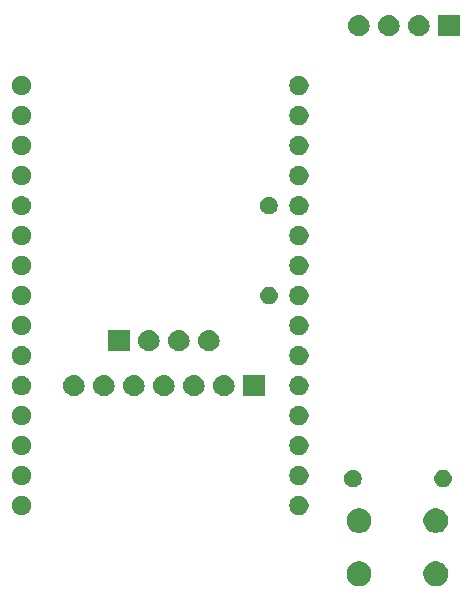
<source format=gbr>
G04 #@! TF.GenerationSoftware,KiCad,Pcbnew,5.0.2-bee76a0~70~ubuntu18.04.1*
G04 #@! TF.CreationDate,2020-05-13T09:36:55-07:00*
G04 #@! TF.ProjectId,pcb,7063622e-6b69-4636-9164-5f7063625858,rev?*
G04 #@! TF.SameCoordinates,Original*
G04 #@! TF.FileFunction,Soldermask,Top*
G04 #@! TF.FilePolarity,Negative*
%FSLAX46Y46*%
G04 Gerber Fmt 4.6, Leading zero omitted, Abs format (unit mm)*
G04 Created by KiCad (PCBNEW 5.0.2-bee76a0~70~ubuntu18.04.1) date Wed 13 May 2020 09:36:55 AM PDT*
%MOMM*%
%LPD*%
G01*
G04 APERTURE LIST*
%ADD10C,0.100000*%
G04 APERTURE END LIST*
D10*
G36*
X174446565Y-122869389D02*
X174637834Y-122948615D01*
X174809976Y-123063637D01*
X174956363Y-123210024D01*
X175071385Y-123382166D01*
X175150611Y-123573435D01*
X175191000Y-123776484D01*
X175191000Y-123983516D01*
X175150611Y-124186565D01*
X175071385Y-124377834D01*
X174956363Y-124549976D01*
X174809976Y-124696363D01*
X174637834Y-124811385D01*
X174446565Y-124890611D01*
X174243516Y-124931000D01*
X174036484Y-124931000D01*
X173833435Y-124890611D01*
X173642166Y-124811385D01*
X173470024Y-124696363D01*
X173323637Y-124549976D01*
X173208615Y-124377834D01*
X173129389Y-124186565D01*
X173089000Y-123983516D01*
X173089000Y-123776484D01*
X173129389Y-123573435D01*
X173208615Y-123382166D01*
X173323637Y-123210024D01*
X173470024Y-123063637D01*
X173642166Y-122948615D01*
X173833435Y-122869389D01*
X174036484Y-122829000D01*
X174243516Y-122829000D01*
X174446565Y-122869389D01*
X174446565Y-122869389D01*
G37*
G36*
X167946565Y-122869389D02*
X168137834Y-122948615D01*
X168309976Y-123063637D01*
X168456363Y-123210024D01*
X168571385Y-123382166D01*
X168650611Y-123573435D01*
X168691000Y-123776484D01*
X168691000Y-123983516D01*
X168650611Y-124186565D01*
X168571385Y-124377834D01*
X168456363Y-124549976D01*
X168309976Y-124696363D01*
X168137834Y-124811385D01*
X167946565Y-124890611D01*
X167743516Y-124931000D01*
X167536484Y-124931000D01*
X167333435Y-124890611D01*
X167142166Y-124811385D01*
X166970024Y-124696363D01*
X166823637Y-124549976D01*
X166708615Y-124377834D01*
X166629389Y-124186565D01*
X166589000Y-123983516D01*
X166589000Y-123776484D01*
X166629389Y-123573435D01*
X166708615Y-123382166D01*
X166823637Y-123210024D01*
X166970024Y-123063637D01*
X167142166Y-122948615D01*
X167333435Y-122869389D01*
X167536484Y-122829000D01*
X167743516Y-122829000D01*
X167946565Y-122869389D01*
X167946565Y-122869389D01*
G37*
G36*
X174446565Y-118369389D02*
X174637834Y-118448615D01*
X174809976Y-118563637D01*
X174956363Y-118710024D01*
X175071385Y-118882166D01*
X175150611Y-119073435D01*
X175191000Y-119276484D01*
X175191000Y-119483516D01*
X175150611Y-119686565D01*
X175071385Y-119877834D01*
X174956363Y-120049976D01*
X174809976Y-120196363D01*
X174637834Y-120311385D01*
X174446565Y-120390611D01*
X174243516Y-120431000D01*
X174036484Y-120431000D01*
X173833435Y-120390611D01*
X173642166Y-120311385D01*
X173470024Y-120196363D01*
X173323637Y-120049976D01*
X173208615Y-119877834D01*
X173129389Y-119686565D01*
X173089000Y-119483516D01*
X173089000Y-119276484D01*
X173129389Y-119073435D01*
X173208615Y-118882166D01*
X173323637Y-118710024D01*
X173470024Y-118563637D01*
X173642166Y-118448615D01*
X173833435Y-118369389D01*
X174036484Y-118329000D01*
X174243516Y-118329000D01*
X174446565Y-118369389D01*
X174446565Y-118369389D01*
G37*
G36*
X167946565Y-118369389D02*
X168137834Y-118448615D01*
X168309976Y-118563637D01*
X168456363Y-118710024D01*
X168571385Y-118882166D01*
X168650611Y-119073435D01*
X168691000Y-119276484D01*
X168691000Y-119483516D01*
X168650611Y-119686565D01*
X168571385Y-119877834D01*
X168456363Y-120049976D01*
X168309976Y-120196363D01*
X168137834Y-120311385D01*
X167946565Y-120390611D01*
X167743516Y-120431000D01*
X167536484Y-120431000D01*
X167333435Y-120390611D01*
X167142166Y-120311385D01*
X166970024Y-120196363D01*
X166823637Y-120049976D01*
X166708615Y-119877834D01*
X166629389Y-119686565D01*
X166589000Y-119483516D01*
X166589000Y-119276484D01*
X166629389Y-119073435D01*
X166708615Y-118882166D01*
X166823637Y-118710024D01*
X166970024Y-118563637D01*
X167142166Y-118448615D01*
X167333435Y-118369389D01*
X167536484Y-118329000D01*
X167743516Y-118329000D01*
X167946565Y-118369389D01*
X167946565Y-118369389D01*
G37*
G36*
X162797142Y-117328242D02*
X162945102Y-117389530D01*
X163078258Y-117478502D01*
X163191498Y-117591742D01*
X163280470Y-117724898D01*
X163341758Y-117872858D01*
X163373000Y-118029925D01*
X163373000Y-118190075D01*
X163341758Y-118347142D01*
X163280470Y-118495102D01*
X163191498Y-118628258D01*
X163078258Y-118741498D01*
X162945102Y-118830470D01*
X162797142Y-118891758D01*
X162640075Y-118923000D01*
X162479925Y-118923000D01*
X162322858Y-118891758D01*
X162174898Y-118830470D01*
X162041742Y-118741498D01*
X161928502Y-118628258D01*
X161839530Y-118495102D01*
X161778242Y-118347142D01*
X161747000Y-118190075D01*
X161747000Y-118029925D01*
X161778242Y-117872858D01*
X161839530Y-117724898D01*
X161928502Y-117591742D01*
X162041742Y-117478502D01*
X162174898Y-117389530D01*
X162322858Y-117328242D01*
X162479925Y-117297000D01*
X162640075Y-117297000D01*
X162797142Y-117328242D01*
X162797142Y-117328242D01*
G37*
G36*
X139302142Y-117328242D02*
X139450102Y-117389530D01*
X139583258Y-117478502D01*
X139696498Y-117591742D01*
X139785470Y-117724898D01*
X139846758Y-117872858D01*
X139878000Y-118029925D01*
X139878000Y-118190075D01*
X139846758Y-118347142D01*
X139785470Y-118495102D01*
X139696498Y-118628258D01*
X139583258Y-118741498D01*
X139450102Y-118830470D01*
X139302142Y-118891758D01*
X139145075Y-118923000D01*
X138984925Y-118923000D01*
X138827858Y-118891758D01*
X138679898Y-118830470D01*
X138546742Y-118741498D01*
X138433502Y-118628258D01*
X138344530Y-118495102D01*
X138283242Y-118347142D01*
X138252000Y-118190075D01*
X138252000Y-118029925D01*
X138283242Y-117872858D01*
X138344530Y-117724898D01*
X138433502Y-117591742D01*
X138546742Y-117478502D01*
X138679898Y-117389530D01*
X138827858Y-117328242D01*
X138984925Y-117297000D01*
X139145075Y-117297000D01*
X139302142Y-117328242D01*
X139302142Y-117328242D01*
G37*
G36*
X174825665Y-115076622D02*
X174899222Y-115083867D01*
X175040786Y-115126810D01*
X175171252Y-115196546D01*
X175285606Y-115290394D01*
X175379454Y-115404748D01*
X175449190Y-115535214D01*
X175492133Y-115676778D01*
X175506633Y-115824000D01*
X175492133Y-115971222D01*
X175449190Y-116112786D01*
X175379454Y-116243252D01*
X175285606Y-116357606D01*
X175171252Y-116451454D01*
X175040786Y-116521190D01*
X174899222Y-116564133D01*
X174825665Y-116571378D01*
X174788888Y-116575000D01*
X174715112Y-116575000D01*
X174678335Y-116571378D01*
X174604778Y-116564133D01*
X174463214Y-116521190D01*
X174332748Y-116451454D01*
X174218394Y-116357606D01*
X174124546Y-116243252D01*
X174054810Y-116112786D01*
X174011867Y-115971222D01*
X173997367Y-115824000D01*
X174011867Y-115676778D01*
X174054810Y-115535214D01*
X174124546Y-115404748D01*
X174218394Y-115290394D01*
X174332748Y-115196546D01*
X174463214Y-115126810D01*
X174604778Y-115083867D01*
X174678335Y-115076622D01*
X174715112Y-115073000D01*
X174788888Y-115073000D01*
X174825665Y-115076622D01*
X174825665Y-115076622D01*
G37*
G36*
X167260600Y-115083867D02*
X167351059Y-115101860D01*
X167487732Y-115158472D01*
X167544715Y-115196547D01*
X167610738Y-115240662D01*
X167715338Y-115345262D01*
X167715340Y-115345265D01*
X167797528Y-115468268D01*
X167854140Y-115604941D01*
X167883000Y-115750033D01*
X167883000Y-115897967D01*
X167854140Y-116043059D01*
X167797528Y-116179732D01*
X167723535Y-116290470D01*
X167715338Y-116302738D01*
X167610738Y-116407338D01*
X167610735Y-116407340D01*
X167487732Y-116489528D01*
X167351059Y-116546140D01*
X167264004Y-116563456D01*
X167205969Y-116575000D01*
X167058031Y-116575000D01*
X166999996Y-116563456D01*
X166912941Y-116546140D01*
X166776268Y-116489528D01*
X166653265Y-116407340D01*
X166653262Y-116407338D01*
X166548662Y-116302738D01*
X166540465Y-116290470D01*
X166466472Y-116179732D01*
X166409860Y-116043059D01*
X166381000Y-115897967D01*
X166381000Y-115750033D01*
X166409860Y-115604941D01*
X166466472Y-115468268D01*
X166548660Y-115345265D01*
X166548662Y-115345262D01*
X166653262Y-115240662D01*
X166719285Y-115196547D01*
X166776268Y-115158472D01*
X166912941Y-115101860D01*
X167003400Y-115083867D01*
X167058031Y-115073000D01*
X167205969Y-115073000D01*
X167260600Y-115083867D01*
X167260600Y-115083867D01*
G37*
G36*
X162797142Y-114788242D02*
X162945102Y-114849530D01*
X163078258Y-114938502D01*
X163191498Y-115051742D01*
X163280470Y-115184898D01*
X163341758Y-115332858D01*
X163373000Y-115489925D01*
X163373000Y-115650075D01*
X163341758Y-115807142D01*
X163280470Y-115955102D01*
X163191498Y-116088258D01*
X163078258Y-116201498D01*
X162945102Y-116290470D01*
X162797142Y-116351758D01*
X162640075Y-116383000D01*
X162479925Y-116383000D01*
X162322858Y-116351758D01*
X162174898Y-116290470D01*
X162041742Y-116201498D01*
X161928502Y-116088258D01*
X161839530Y-115955102D01*
X161778242Y-115807142D01*
X161747000Y-115650075D01*
X161747000Y-115489925D01*
X161778242Y-115332858D01*
X161839530Y-115184898D01*
X161928502Y-115051742D01*
X162041742Y-114938502D01*
X162174898Y-114849530D01*
X162322858Y-114788242D01*
X162479925Y-114757000D01*
X162640075Y-114757000D01*
X162797142Y-114788242D01*
X162797142Y-114788242D01*
G37*
G36*
X139302142Y-114788242D02*
X139450102Y-114849530D01*
X139583258Y-114938502D01*
X139696498Y-115051742D01*
X139785470Y-115184898D01*
X139846758Y-115332858D01*
X139878000Y-115489925D01*
X139878000Y-115650075D01*
X139846758Y-115807142D01*
X139785470Y-115955102D01*
X139696498Y-116088258D01*
X139583258Y-116201498D01*
X139450102Y-116290470D01*
X139302142Y-116351758D01*
X139145075Y-116383000D01*
X138984925Y-116383000D01*
X138827858Y-116351758D01*
X138679898Y-116290470D01*
X138546742Y-116201498D01*
X138433502Y-116088258D01*
X138344530Y-115955102D01*
X138283242Y-115807142D01*
X138252000Y-115650075D01*
X138252000Y-115489925D01*
X138283242Y-115332858D01*
X138344530Y-115184898D01*
X138433502Y-115051742D01*
X138546742Y-114938502D01*
X138679898Y-114849530D01*
X138827858Y-114788242D01*
X138984925Y-114757000D01*
X139145075Y-114757000D01*
X139302142Y-114788242D01*
X139302142Y-114788242D01*
G37*
G36*
X162797142Y-112248242D02*
X162945102Y-112309530D01*
X163078258Y-112398502D01*
X163191498Y-112511742D01*
X163280470Y-112644898D01*
X163341758Y-112792858D01*
X163373000Y-112949925D01*
X163373000Y-113110075D01*
X163341758Y-113267142D01*
X163280470Y-113415102D01*
X163191498Y-113548258D01*
X163078258Y-113661498D01*
X162945102Y-113750470D01*
X162797142Y-113811758D01*
X162640075Y-113843000D01*
X162479925Y-113843000D01*
X162322858Y-113811758D01*
X162174898Y-113750470D01*
X162041742Y-113661498D01*
X161928502Y-113548258D01*
X161839530Y-113415102D01*
X161778242Y-113267142D01*
X161747000Y-113110075D01*
X161747000Y-112949925D01*
X161778242Y-112792858D01*
X161839530Y-112644898D01*
X161928502Y-112511742D01*
X162041742Y-112398502D01*
X162174898Y-112309530D01*
X162322858Y-112248242D01*
X162479925Y-112217000D01*
X162640075Y-112217000D01*
X162797142Y-112248242D01*
X162797142Y-112248242D01*
G37*
G36*
X139302142Y-112248242D02*
X139450102Y-112309530D01*
X139583258Y-112398502D01*
X139696498Y-112511742D01*
X139785470Y-112644898D01*
X139846758Y-112792858D01*
X139878000Y-112949925D01*
X139878000Y-113110075D01*
X139846758Y-113267142D01*
X139785470Y-113415102D01*
X139696498Y-113548258D01*
X139583258Y-113661498D01*
X139450102Y-113750470D01*
X139302142Y-113811758D01*
X139145075Y-113843000D01*
X138984925Y-113843000D01*
X138827858Y-113811758D01*
X138679898Y-113750470D01*
X138546742Y-113661498D01*
X138433502Y-113548258D01*
X138344530Y-113415102D01*
X138283242Y-113267142D01*
X138252000Y-113110075D01*
X138252000Y-112949925D01*
X138283242Y-112792858D01*
X138344530Y-112644898D01*
X138433502Y-112511742D01*
X138546742Y-112398502D01*
X138679898Y-112309530D01*
X138827858Y-112248242D01*
X138984925Y-112217000D01*
X139145075Y-112217000D01*
X139302142Y-112248242D01*
X139302142Y-112248242D01*
G37*
G36*
X162797142Y-109708242D02*
X162945102Y-109769530D01*
X163078258Y-109858502D01*
X163191498Y-109971742D01*
X163280470Y-110104898D01*
X163341758Y-110252858D01*
X163373000Y-110409925D01*
X163373000Y-110570075D01*
X163341758Y-110727142D01*
X163280470Y-110875102D01*
X163191498Y-111008258D01*
X163078258Y-111121498D01*
X162945102Y-111210470D01*
X162797142Y-111271758D01*
X162640075Y-111303000D01*
X162479925Y-111303000D01*
X162322858Y-111271758D01*
X162174898Y-111210470D01*
X162041742Y-111121498D01*
X161928502Y-111008258D01*
X161839530Y-110875102D01*
X161778242Y-110727142D01*
X161747000Y-110570075D01*
X161747000Y-110409925D01*
X161778242Y-110252858D01*
X161839530Y-110104898D01*
X161928502Y-109971742D01*
X162041742Y-109858502D01*
X162174898Y-109769530D01*
X162322858Y-109708242D01*
X162479925Y-109677000D01*
X162640075Y-109677000D01*
X162797142Y-109708242D01*
X162797142Y-109708242D01*
G37*
G36*
X139302142Y-109708242D02*
X139450102Y-109769530D01*
X139583258Y-109858502D01*
X139696498Y-109971742D01*
X139785470Y-110104898D01*
X139846758Y-110252858D01*
X139878000Y-110409925D01*
X139878000Y-110570075D01*
X139846758Y-110727142D01*
X139785470Y-110875102D01*
X139696498Y-111008258D01*
X139583258Y-111121498D01*
X139450102Y-111210470D01*
X139302142Y-111271758D01*
X139145075Y-111303000D01*
X138984925Y-111303000D01*
X138827858Y-111271758D01*
X138679898Y-111210470D01*
X138546742Y-111121498D01*
X138433502Y-111008258D01*
X138344530Y-110875102D01*
X138283242Y-110727142D01*
X138252000Y-110570075D01*
X138252000Y-110409925D01*
X138283242Y-110252858D01*
X138344530Y-110104898D01*
X138433502Y-109971742D01*
X138546742Y-109858502D01*
X138679898Y-109769530D01*
X138827858Y-109708242D01*
X138984925Y-109677000D01*
X139145075Y-109677000D01*
X139302142Y-109708242D01*
X139302142Y-109708242D01*
G37*
G36*
X146160442Y-107055518D02*
X146226627Y-107062037D01*
X146339853Y-107096384D01*
X146396467Y-107113557D01*
X146498774Y-107168242D01*
X146552991Y-107197222D01*
X146588729Y-107226552D01*
X146690186Y-107309814D01*
X146773448Y-107411271D01*
X146802778Y-107447009D01*
X146802779Y-107447011D01*
X146886443Y-107603533D01*
X146886443Y-107603534D01*
X146937963Y-107773373D01*
X146955359Y-107950000D01*
X146937963Y-108126627D01*
X146903616Y-108239853D01*
X146886443Y-108296467D01*
X146812348Y-108435087D01*
X146802778Y-108452991D01*
X146773448Y-108488729D01*
X146690186Y-108590186D01*
X146592358Y-108670470D01*
X146552991Y-108702778D01*
X146552989Y-108702779D01*
X146396467Y-108786443D01*
X146339853Y-108803616D01*
X146226627Y-108837963D01*
X146160442Y-108844482D01*
X146094260Y-108851000D01*
X146005740Y-108851000D01*
X145939558Y-108844482D01*
X145873373Y-108837963D01*
X145760147Y-108803616D01*
X145703533Y-108786443D01*
X145547011Y-108702779D01*
X145547009Y-108702778D01*
X145507642Y-108670470D01*
X145409814Y-108590186D01*
X145326552Y-108488729D01*
X145297222Y-108452991D01*
X145287652Y-108435087D01*
X145213557Y-108296467D01*
X145196384Y-108239853D01*
X145162037Y-108126627D01*
X145144641Y-107950000D01*
X145162037Y-107773373D01*
X145213557Y-107603534D01*
X145213557Y-107603533D01*
X145297221Y-107447011D01*
X145297222Y-107447009D01*
X145326552Y-107411271D01*
X145409814Y-107309814D01*
X145511271Y-107226552D01*
X145547009Y-107197222D01*
X145601226Y-107168242D01*
X145703533Y-107113557D01*
X145760147Y-107096384D01*
X145873373Y-107062037D01*
X145939558Y-107055518D01*
X146005740Y-107049000D01*
X146094260Y-107049000D01*
X146160442Y-107055518D01*
X146160442Y-107055518D01*
G37*
G36*
X156320442Y-107055518D02*
X156386627Y-107062037D01*
X156499853Y-107096384D01*
X156556467Y-107113557D01*
X156658774Y-107168242D01*
X156712991Y-107197222D01*
X156748729Y-107226552D01*
X156850186Y-107309814D01*
X156933448Y-107411271D01*
X156962778Y-107447009D01*
X156962779Y-107447011D01*
X157046443Y-107603533D01*
X157046443Y-107603534D01*
X157097963Y-107773373D01*
X157115359Y-107950000D01*
X157097963Y-108126627D01*
X157063616Y-108239853D01*
X157046443Y-108296467D01*
X156972348Y-108435087D01*
X156962778Y-108452991D01*
X156933448Y-108488729D01*
X156850186Y-108590186D01*
X156752358Y-108670470D01*
X156712991Y-108702778D01*
X156712989Y-108702779D01*
X156556467Y-108786443D01*
X156499853Y-108803616D01*
X156386627Y-108837963D01*
X156320442Y-108844482D01*
X156254260Y-108851000D01*
X156165740Y-108851000D01*
X156099558Y-108844482D01*
X156033373Y-108837963D01*
X155920147Y-108803616D01*
X155863533Y-108786443D01*
X155707011Y-108702779D01*
X155707009Y-108702778D01*
X155667642Y-108670470D01*
X155569814Y-108590186D01*
X155486552Y-108488729D01*
X155457222Y-108452991D01*
X155447652Y-108435087D01*
X155373557Y-108296467D01*
X155356384Y-108239853D01*
X155322037Y-108126627D01*
X155304641Y-107950000D01*
X155322037Y-107773373D01*
X155373557Y-107603534D01*
X155373557Y-107603533D01*
X155457221Y-107447011D01*
X155457222Y-107447009D01*
X155486552Y-107411271D01*
X155569814Y-107309814D01*
X155671271Y-107226552D01*
X155707009Y-107197222D01*
X155761226Y-107168242D01*
X155863533Y-107113557D01*
X155920147Y-107096384D01*
X156033373Y-107062037D01*
X156099558Y-107055518D01*
X156165740Y-107049000D01*
X156254260Y-107049000D01*
X156320442Y-107055518D01*
X156320442Y-107055518D01*
G37*
G36*
X153780442Y-107055518D02*
X153846627Y-107062037D01*
X153959853Y-107096384D01*
X154016467Y-107113557D01*
X154118774Y-107168242D01*
X154172991Y-107197222D01*
X154208729Y-107226552D01*
X154310186Y-107309814D01*
X154393448Y-107411271D01*
X154422778Y-107447009D01*
X154422779Y-107447011D01*
X154506443Y-107603533D01*
X154506443Y-107603534D01*
X154557963Y-107773373D01*
X154575359Y-107950000D01*
X154557963Y-108126627D01*
X154523616Y-108239853D01*
X154506443Y-108296467D01*
X154432348Y-108435087D01*
X154422778Y-108452991D01*
X154393448Y-108488729D01*
X154310186Y-108590186D01*
X154212358Y-108670470D01*
X154172991Y-108702778D01*
X154172989Y-108702779D01*
X154016467Y-108786443D01*
X153959853Y-108803616D01*
X153846627Y-108837963D01*
X153780442Y-108844482D01*
X153714260Y-108851000D01*
X153625740Y-108851000D01*
X153559558Y-108844482D01*
X153493373Y-108837963D01*
X153380147Y-108803616D01*
X153323533Y-108786443D01*
X153167011Y-108702779D01*
X153167009Y-108702778D01*
X153127642Y-108670470D01*
X153029814Y-108590186D01*
X152946552Y-108488729D01*
X152917222Y-108452991D01*
X152907652Y-108435087D01*
X152833557Y-108296467D01*
X152816384Y-108239853D01*
X152782037Y-108126627D01*
X152764641Y-107950000D01*
X152782037Y-107773373D01*
X152833557Y-107603534D01*
X152833557Y-107603533D01*
X152917221Y-107447011D01*
X152917222Y-107447009D01*
X152946552Y-107411271D01*
X153029814Y-107309814D01*
X153131271Y-107226552D01*
X153167009Y-107197222D01*
X153221226Y-107168242D01*
X153323533Y-107113557D01*
X153380147Y-107096384D01*
X153493373Y-107062037D01*
X153559558Y-107055518D01*
X153625740Y-107049000D01*
X153714260Y-107049000D01*
X153780442Y-107055518D01*
X153780442Y-107055518D01*
G37*
G36*
X151240442Y-107055518D02*
X151306627Y-107062037D01*
X151419853Y-107096384D01*
X151476467Y-107113557D01*
X151578774Y-107168242D01*
X151632991Y-107197222D01*
X151668729Y-107226552D01*
X151770186Y-107309814D01*
X151853448Y-107411271D01*
X151882778Y-107447009D01*
X151882779Y-107447011D01*
X151966443Y-107603533D01*
X151966443Y-107603534D01*
X152017963Y-107773373D01*
X152035359Y-107950000D01*
X152017963Y-108126627D01*
X151983616Y-108239853D01*
X151966443Y-108296467D01*
X151892348Y-108435087D01*
X151882778Y-108452991D01*
X151853448Y-108488729D01*
X151770186Y-108590186D01*
X151672358Y-108670470D01*
X151632991Y-108702778D01*
X151632989Y-108702779D01*
X151476467Y-108786443D01*
X151419853Y-108803616D01*
X151306627Y-108837963D01*
X151240442Y-108844482D01*
X151174260Y-108851000D01*
X151085740Y-108851000D01*
X151019558Y-108844482D01*
X150953373Y-108837963D01*
X150840147Y-108803616D01*
X150783533Y-108786443D01*
X150627011Y-108702779D01*
X150627009Y-108702778D01*
X150587642Y-108670470D01*
X150489814Y-108590186D01*
X150406552Y-108488729D01*
X150377222Y-108452991D01*
X150367652Y-108435087D01*
X150293557Y-108296467D01*
X150276384Y-108239853D01*
X150242037Y-108126627D01*
X150224641Y-107950000D01*
X150242037Y-107773373D01*
X150293557Y-107603534D01*
X150293557Y-107603533D01*
X150377221Y-107447011D01*
X150377222Y-107447009D01*
X150406552Y-107411271D01*
X150489814Y-107309814D01*
X150591271Y-107226552D01*
X150627009Y-107197222D01*
X150681226Y-107168242D01*
X150783533Y-107113557D01*
X150840147Y-107096384D01*
X150953373Y-107062037D01*
X151019558Y-107055518D01*
X151085740Y-107049000D01*
X151174260Y-107049000D01*
X151240442Y-107055518D01*
X151240442Y-107055518D01*
G37*
G36*
X148700442Y-107055518D02*
X148766627Y-107062037D01*
X148879853Y-107096384D01*
X148936467Y-107113557D01*
X149038774Y-107168242D01*
X149092991Y-107197222D01*
X149128729Y-107226552D01*
X149230186Y-107309814D01*
X149313448Y-107411271D01*
X149342778Y-107447009D01*
X149342779Y-107447011D01*
X149426443Y-107603533D01*
X149426443Y-107603534D01*
X149477963Y-107773373D01*
X149495359Y-107950000D01*
X149477963Y-108126627D01*
X149443616Y-108239853D01*
X149426443Y-108296467D01*
X149352348Y-108435087D01*
X149342778Y-108452991D01*
X149313448Y-108488729D01*
X149230186Y-108590186D01*
X149132358Y-108670470D01*
X149092991Y-108702778D01*
X149092989Y-108702779D01*
X148936467Y-108786443D01*
X148879853Y-108803616D01*
X148766627Y-108837963D01*
X148700442Y-108844482D01*
X148634260Y-108851000D01*
X148545740Y-108851000D01*
X148479558Y-108844482D01*
X148413373Y-108837963D01*
X148300147Y-108803616D01*
X148243533Y-108786443D01*
X148087011Y-108702779D01*
X148087009Y-108702778D01*
X148047642Y-108670470D01*
X147949814Y-108590186D01*
X147866552Y-108488729D01*
X147837222Y-108452991D01*
X147827652Y-108435087D01*
X147753557Y-108296467D01*
X147736384Y-108239853D01*
X147702037Y-108126627D01*
X147684641Y-107950000D01*
X147702037Y-107773373D01*
X147753557Y-107603534D01*
X147753557Y-107603533D01*
X147837221Y-107447011D01*
X147837222Y-107447009D01*
X147866552Y-107411271D01*
X147949814Y-107309814D01*
X148051271Y-107226552D01*
X148087009Y-107197222D01*
X148141226Y-107168242D01*
X148243533Y-107113557D01*
X148300147Y-107096384D01*
X148413373Y-107062037D01*
X148479558Y-107055518D01*
X148545740Y-107049000D01*
X148634260Y-107049000D01*
X148700442Y-107055518D01*
X148700442Y-107055518D01*
G37*
G36*
X143620442Y-107055518D02*
X143686627Y-107062037D01*
X143799853Y-107096384D01*
X143856467Y-107113557D01*
X143958774Y-107168242D01*
X144012991Y-107197222D01*
X144048729Y-107226552D01*
X144150186Y-107309814D01*
X144233448Y-107411271D01*
X144262778Y-107447009D01*
X144262779Y-107447011D01*
X144346443Y-107603533D01*
X144346443Y-107603534D01*
X144397963Y-107773373D01*
X144415359Y-107950000D01*
X144397963Y-108126627D01*
X144363616Y-108239853D01*
X144346443Y-108296467D01*
X144272348Y-108435087D01*
X144262778Y-108452991D01*
X144233448Y-108488729D01*
X144150186Y-108590186D01*
X144052358Y-108670470D01*
X144012991Y-108702778D01*
X144012989Y-108702779D01*
X143856467Y-108786443D01*
X143799853Y-108803616D01*
X143686627Y-108837963D01*
X143620442Y-108844482D01*
X143554260Y-108851000D01*
X143465740Y-108851000D01*
X143399558Y-108844482D01*
X143333373Y-108837963D01*
X143220147Y-108803616D01*
X143163533Y-108786443D01*
X143007011Y-108702779D01*
X143007009Y-108702778D01*
X142967642Y-108670470D01*
X142869814Y-108590186D01*
X142786552Y-108488729D01*
X142757222Y-108452991D01*
X142747652Y-108435087D01*
X142673557Y-108296467D01*
X142656384Y-108239853D01*
X142622037Y-108126627D01*
X142604641Y-107950000D01*
X142622037Y-107773373D01*
X142673557Y-107603534D01*
X142673557Y-107603533D01*
X142757221Y-107447011D01*
X142757222Y-107447009D01*
X142786552Y-107411271D01*
X142869814Y-107309814D01*
X142971271Y-107226552D01*
X143007009Y-107197222D01*
X143061226Y-107168242D01*
X143163533Y-107113557D01*
X143220147Y-107096384D01*
X143333373Y-107062037D01*
X143399558Y-107055518D01*
X143465740Y-107049000D01*
X143554260Y-107049000D01*
X143620442Y-107055518D01*
X143620442Y-107055518D01*
G37*
G36*
X159651000Y-108851000D02*
X157849000Y-108851000D01*
X157849000Y-107049000D01*
X159651000Y-107049000D01*
X159651000Y-108851000D01*
X159651000Y-108851000D01*
G37*
G36*
X139302142Y-107168242D02*
X139450102Y-107229530D01*
X139517130Y-107274317D01*
X139583257Y-107318501D01*
X139696499Y-107431743D01*
X139740683Y-107497870D01*
X139785470Y-107564898D01*
X139846758Y-107712858D01*
X139878000Y-107869925D01*
X139878000Y-108030075D01*
X139846758Y-108187142D01*
X139801474Y-108296466D01*
X139785471Y-108335100D01*
X139696499Y-108468257D01*
X139583257Y-108581499D01*
X139517130Y-108625683D01*
X139450102Y-108670470D01*
X139302142Y-108731758D01*
X139145075Y-108763000D01*
X138984925Y-108763000D01*
X138827858Y-108731758D01*
X138679898Y-108670470D01*
X138612870Y-108625683D01*
X138546743Y-108581499D01*
X138433501Y-108468257D01*
X138344529Y-108335100D01*
X138328526Y-108296466D01*
X138283242Y-108187142D01*
X138252000Y-108030075D01*
X138252000Y-107869925D01*
X138283242Y-107712858D01*
X138344530Y-107564898D01*
X138389317Y-107497870D01*
X138433501Y-107431743D01*
X138546743Y-107318501D01*
X138612870Y-107274317D01*
X138679898Y-107229530D01*
X138827858Y-107168242D01*
X138984925Y-107137000D01*
X139145075Y-107137000D01*
X139302142Y-107168242D01*
X139302142Y-107168242D01*
G37*
G36*
X162797142Y-107168242D02*
X162945102Y-107229530D01*
X163012130Y-107274317D01*
X163078257Y-107318501D01*
X163191499Y-107431743D01*
X163235683Y-107497870D01*
X163280470Y-107564898D01*
X163341758Y-107712858D01*
X163373000Y-107869925D01*
X163373000Y-108030075D01*
X163341758Y-108187142D01*
X163296474Y-108296466D01*
X163280471Y-108335100D01*
X163191499Y-108468257D01*
X163078257Y-108581499D01*
X163012130Y-108625683D01*
X162945102Y-108670470D01*
X162797142Y-108731758D01*
X162640075Y-108763000D01*
X162479925Y-108763000D01*
X162322858Y-108731758D01*
X162174898Y-108670470D01*
X162107870Y-108625683D01*
X162041743Y-108581499D01*
X161928501Y-108468257D01*
X161839529Y-108335100D01*
X161823526Y-108296466D01*
X161778242Y-108187142D01*
X161747000Y-108030075D01*
X161747000Y-107869925D01*
X161778242Y-107712858D01*
X161839530Y-107564898D01*
X161884317Y-107497870D01*
X161928501Y-107431743D01*
X162041743Y-107318501D01*
X162107870Y-107274317D01*
X162174898Y-107229530D01*
X162322858Y-107168242D01*
X162479925Y-107137000D01*
X162640075Y-107137000D01*
X162797142Y-107168242D01*
X162797142Y-107168242D01*
G37*
G36*
X139302142Y-104628242D02*
X139450102Y-104689530D01*
X139517130Y-104734317D01*
X139583257Y-104778501D01*
X139696499Y-104891743D01*
X139697191Y-104892779D01*
X139785470Y-105024898D01*
X139846758Y-105172858D01*
X139878000Y-105329925D01*
X139878000Y-105490075D01*
X139846758Y-105647142D01*
X139785470Y-105795102D01*
X139696498Y-105928258D01*
X139583258Y-106041498D01*
X139450102Y-106130470D01*
X139302142Y-106191758D01*
X139145075Y-106223000D01*
X138984925Y-106223000D01*
X138827858Y-106191758D01*
X138679898Y-106130470D01*
X138546742Y-106041498D01*
X138433502Y-105928258D01*
X138344530Y-105795102D01*
X138283242Y-105647142D01*
X138252000Y-105490075D01*
X138252000Y-105329925D01*
X138283242Y-105172858D01*
X138344530Y-105024898D01*
X138432809Y-104892779D01*
X138433501Y-104891743D01*
X138546743Y-104778501D01*
X138612870Y-104734317D01*
X138679898Y-104689530D01*
X138827858Y-104628242D01*
X138984925Y-104597000D01*
X139145075Y-104597000D01*
X139302142Y-104628242D01*
X139302142Y-104628242D01*
G37*
G36*
X162797142Y-104628242D02*
X162945102Y-104689530D01*
X163012130Y-104734317D01*
X163078257Y-104778501D01*
X163191499Y-104891743D01*
X163192191Y-104892779D01*
X163280470Y-105024898D01*
X163341758Y-105172858D01*
X163373000Y-105329925D01*
X163373000Y-105490075D01*
X163341758Y-105647142D01*
X163280470Y-105795102D01*
X163191498Y-105928258D01*
X163078258Y-106041498D01*
X162945102Y-106130470D01*
X162797142Y-106191758D01*
X162640075Y-106223000D01*
X162479925Y-106223000D01*
X162322858Y-106191758D01*
X162174898Y-106130470D01*
X162041742Y-106041498D01*
X161928502Y-105928258D01*
X161839530Y-105795102D01*
X161778242Y-105647142D01*
X161747000Y-105490075D01*
X161747000Y-105329925D01*
X161778242Y-105172858D01*
X161839530Y-105024898D01*
X161927809Y-104892779D01*
X161928501Y-104891743D01*
X162041743Y-104778501D01*
X162107870Y-104734317D01*
X162174898Y-104689530D01*
X162322858Y-104628242D01*
X162479925Y-104597000D01*
X162640075Y-104597000D01*
X162797142Y-104628242D01*
X162797142Y-104628242D01*
G37*
G36*
X148221000Y-105041000D02*
X146419000Y-105041000D01*
X146419000Y-103239000D01*
X148221000Y-103239000D01*
X148221000Y-105041000D01*
X148221000Y-105041000D01*
G37*
G36*
X152510443Y-103245519D02*
X152576627Y-103252037D01*
X152689853Y-103286384D01*
X152746467Y-103303557D01*
X152885087Y-103377652D01*
X152902991Y-103387222D01*
X152904253Y-103388258D01*
X153040186Y-103499814D01*
X153114584Y-103590470D01*
X153152778Y-103637009D01*
X153152779Y-103637011D01*
X153236443Y-103793533D01*
X153236443Y-103793534D01*
X153287963Y-103963373D01*
X153305359Y-104140000D01*
X153287963Y-104316627D01*
X153253616Y-104429853D01*
X153236443Y-104486467D01*
X153177361Y-104597000D01*
X153152778Y-104642991D01*
X153123448Y-104678729D01*
X153040186Y-104780186D01*
X152938729Y-104863448D01*
X152902991Y-104892778D01*
X152902989Y-104892779D01*
X152746467Y-104976443D01*
X152689853Y-104993616D01*
X152576627Y-105027963D01*
X152510442Y-105034482D01*
X152444260Y-105041000D01*
X152355740Y-105041000D01*
X152289557Y-105034481D01*
X152223373Y-105027963D01*
X152110147Y-104993616D01*
X152053533Y-104976443D01*
X151897011Y-104892779D01*
X151897009Y-104892778D01*
X151861271Y-104863448D01*
X151759814Y-104780186D01*
X151676552Y-104678729D01*
X151647222Y-104642991D01*
X151622639Y-104597000D01*
X151563557Y-104486467D01*
X151546384Y-104429853D01*
X151512037Y-104316627D01*
X151494641Y-104140000D01*
X151512037Y-103963373D01*
X151563557Y-103793534D01*
X151563557Y-103793533D01*
X151647221Y-103637011D01*
X151647222Y-103637009D01*
X151685416Y-103590470D01*
X151759814Y-103499814D01*
X151895747Y-103388258D01*
X151897009Y-103387222D01*
X151914913Y-103377652D01*
X152053533Y-103303557D01*
X152110147Y-103286384D01*
X152223373Y-103252037D01*
X152289558Y-103245518D01*
X152355740Y-103239000D01*
X152444260Y-103239000D01*
X152510443Y-103245519D01*
X152510443Y-103245519D01*
G37*
G36*
X155050443Y-103245519D02*
X155116627Y-103252037D01*
X155229853Y-103286384D01*
X155286467Y-103303557D01*
X155425087Y-103377652D01*
X155442991Y-103387222D01*
X155444253Y-103388258D01*
X155580186Y-103499814D01*
X155654584Y-103590470D01*
X155692778Y-103637009D01*
X155692779Y-103637011D01*
X155776443Y-103793533D01*
X155776443Y-103793534D01*
X155827963Y-103963373D01*
X155845359Y-104140000D01*
X155827963Y-104316627D01*
X155793616Y-104429853D01*
X155776443Y-104486467D01*
X155717361Y-104597000D01*
X155692778Y-104642991D01*
X155663448Y-104678729D01*
X155580186Y-104780186D01*
X155478729Y-104863448D01*
X155442991Y-104892778D01*
X155442989Y-104892779D01*
X155286467Y-104976443D01*
X155229853Y-104993616D01*
X155116627Y-105027963D01*
X155050442Y-105034482D01*
X154984260Y-105041000D01*
X154895740Y-105041000D01*
X154829557Y-105034481D01*
X154763373Y-105027963D01*
X154650147Y-104993616D01*
X154593533Y-104976443D01*
X154437011Y-104892779D01*
X154437009Y-104892778D01*
X154401271Y-104863448D01*
X154299814Y-104780186D01*
X154216552Y-104678729D01*
X154187222Y-104642991D01*
X154162639Y-104597000D01*
X154103557Y-104486467D01*
X154086384Y-104429853D01*
X154052037Y-104316627D01*
X154034641Y-104140000D01*
X154052037Y-103963373D01*
X154103557Y-103793534D01*
X154103557Y-103793533D01*
X154187221Y-103637011D01*
X154187222Y-103637009D01*
X154225416Y-103590470D01*
X154299814Y-103499814D01*
X154435747Y-103388258D01*
X154437009Y-103387222D01*
X154454913Y-103377652D01*
X154593533Y-103303557D01*
X154650147Y-103286384D01*
X154763373Y-103252037D01*
X154829558Y-103245518D01*
X154895740Y-103239000D01*
X154984260Y-103239000D01*
X155050443Y-103245519D01*
X155050443Y-103245519D01*
G37*
G36*
X149970443Y-103245519D02*
X150036627Y-103252037D01*
X150149853Y-103286384D01*
X150206467Y-103303557D01*
X150345087Y-103377652D01*
X150362991Y-103387222D01*
X150364253Y-103388258D01*
X150500186Y-103499814D01*
X150574584Y-103590470D01*
X150612778Y-103637009D01*
X150612779Y-103637011D01*
X150696443Y-103793533D01*
X150696443Y-103793534D01*
X150747963Y-103963373D01*
X150765359Y-104140000D01*
X150747963Y-104316627D01*
X150713616Y-104429853D01*
X150696443Y-104486467D01*
X150637361Y-104597000D01*
X150612778Y-104642991D01*
X150583448Y-104678729D01*
X150500186Y-104780186D01*
X150398729Y-104863448D01*
X150362991Y-104892778D01*
X150362989Y-104892779D01*
X150206467Y-104976443D01*
X150149853Y-104993616D01*
X150036627Y-105027963D01*
X149970442Y-105034482D01*
X149904260Y-105041000D01*
X149815740Y-105041000D01*
X149749557Y-105034481D01*
X149683373Y-105027963D01*
X149570147Y-104993616D01*
X149513533Y-104976443D01*
X149357011Y-104892779D01*
X149357009Y-104892778D01*
X149321271Y-104863448D01*
X149219814Y-104780186D01*
X149136552Y-104678729D01*
X149107222Y-104642991D01*
X149082639Y-104597000D01*
X149023557Y-104486467D01*
X149006384Y-104429853D01*
X148972037Y-104316627D01*
X148954641Y-104140000D01*
X148972037Y-103963373D01*
X149023557Y-103793534D01*
X149023557Y-103793533D01*
X149107221Y-103637011D01*
X149107222Y-103637009D01*
X149145416Y-103590470D01*
X149219814Y-103499814D01*
X149355747Y-103388258D01*
X149357009Y-103387222D01*
X149374913Y-103377652D01*
X149513533Y-103303557D01*
X149570147Y-103286384D01*
X149683373Y-103252037D01*
X149749558Y-103245518D01*
X149815740Y-103239000D01*
X149904260Y-103239000D01*
X149970443Y-103245519D01*
X149970443Y-103245519D01*
G37*
G36*
X162797142Y-102088242D02*
X162945102Y-102149530D01*
X163078258Y-102238502D01*
X163191498Y-102351742D01*
X163280470Y-102484898D01*
X163341758Y-102632858D01*
X163373000Y-102789925D01*
X163373000Y-102950075D01*
X163341758Y-103107142D01*
X163294354Y-103221583D01*
X163280471Y-103255100D01*
X163192191Y-103387222D01*
X163191498Y-103388258D01*
X163078258Y-103501498D01*
X162945102Y-103590470D01*
X162797142Y-103651758D01*
X162640075Y-103683000D01*
X162479925Y-103683000D01*
X162322858Y-103651758D01*
X162174898Y-103590470D01*
X162041742Y-103501498D01*
X161928502Y-103388258D01*
X161927810Y-103387222D01*
X161839529Y-103255100D01*
X161825646Y-103221583D01*
X161778242Y-103107142D01*
X161747000Y-102950075D01*
X161747000Y-102789925D01*
X161778242Y-102632858D01*
X161839530Y-102484898D01*
X161928502Y-102351742D01*
X162041742Y-102238502D01*
X162174898Y-102149530D01*
X162322858Y-102088242D01*
X162479925Y-102057000D01*
X162640075Y-102057000D01*
X162797142Y-102088242D01*
X162797142Y-102088242D01*
G37*
G36*
X139302142Y-102088242D02*
X139450102Y-102149530D01*
X139583258Y-102238502D01*
X139696498Y-102351742D01*
X139785470Y-102484898D01*
X139846758Y-102632858D01*
X139878000Y-102789925D01*
X139878000Y-102950075D01*
X139846758Y-103107142D01*
X139799354Y-103221583D01*
X139785471Y-103255100D01*
X139697191Y-103387222D01*
X139696498Y-103388258D01*
X139583258Y-103501498D01*
X139450102Y-103590470D01*
X139302142Y-103651758D01*
X139145075Y-103683000D01*
X138984925Y-103683000D01*
X138827858Y-103651758D01*
X138679898Y-103590470D01*
X138546742Y-103501498D01*
X138433502Y-103388258D01*
X138432810Y-103387222D01*
X138344529Y-103255100D01*
X138330646Y-103221583D01*
X138283242Y-103107142D01*
X138252000Y-102950075D01*
X138252000Y-102789925D01*
X138283242Y-102632858D01*
X138344530Y-102484898D01*
X138433502Y-102351742D01*
X138546742Y-102238502D01*
X138679898Y-102149530D01*
X138827858Y-102088242D01*
X138984925Y-102057000D01*
X139145075Y-102057000D01*
X139302142Y-102088242D01*
X139302142Y-102088242D01*
G37*
G36*
X139302142Y-99548242D02*
X139450102Y-99609530D01*
X139583258Y-99698502D01*
X139696498Y-99811742D01*
X139785470Y-99944898D01*
X139846758Y-100092858D01*
X139878000Y-100249925D01*
X139878000Y-100410075D01*
X139846758Y-100567142D01*
X139785470Y-100715102D01*
X139696498Y-100848258D01*
X139583258Y-100961498D01*
X139450102Y-101050470D01*
X139302142Y-101111758D01*
X139145075Y-101143000D01*
X138984925Y-101143000D01*
X138827858Y-101111758D01*
X138679898Y-101050470D01*
X138546742Y-100961498D01*
X138433502Y-100848258D01*
X138344530Y-100715102D01*
X138283242Y-100567142D01*
X138252000Y-100410075D01*
X138252000Y-100249925D01*
X138283242Y-100092858D01*
X138344530Y-99944898D01*
X138433502Y-99811742D01*
X138546742Y-99698502D01*
X138679898Y-99609530D01*
X138827858Y-99548242D01*
X138984925Y-99517000D01*
X139145075Y-99517000D01*
X139302142Y-99548242D01*
X139302142Y-99548242D01*
G37*
G36*
X162797142Y-99548242D02*
X162945102Y-99609530D01*
X163078258Y-99698502D01*
X163191498Y-99811742D01*
X163280470Y-99944898D01*
X163341758Y-100092858D01*
X163373000Y-100249925D01*
X163373000Y-100410075D01*
X163341758Y-100567142D01*
X163280470Y-100715102D01*
X163191498Y-100848258D01*
X163078258Y-100961498D01*
X162945102Y-101050470D01*
X162797142Y-101111758D01*
X162640075Y-101143000D01*
X162479925Y-101143000D01*
X162322858Y-101111758D01*
X162174898Y-101050470D01*
X162041742Y-100961498D01*
X161928502Y-100848258D01*
X161839530Y-100715102D01*
X161778242Y-100567142D01*
X161747000Y-100410075D01*
X161747000Y-100249925D01*
X161778242Y-100092858D01*
X161839530Y-99944898D01*
X161928502Y-99811742D01*
X162041742Y-99698502D01*
X162174898Y-99609530D01*
X162322858Y-99548242D01*
X162479925Y-99517000D01*
X162640075Y-99517000D01*
X162797142Y-99548242D01*
X162797142Y-99548242D01*
G37*
G36*
X160093665Y-99582622D02*
X160167222Y-99589867D01*
X160308786Y-99632810D01*
X160439252Y-99702546D01*
X160553606Y-99796394D01*
X160647454Y-99910748D01*
X160717190Y-100041214D01*
X160760133Y-100182778D01*
X160774633Y-100330000D01*
X160760133Y-100477222D01*
X160717190Y-100618786D01*
X160647454Y-100749252D01*
X160553606Y-100863606D01*
X160439252Y-100957454D01*
X160308786Y-101027190D01*
X160167222Y-101070133D01*
X160093665Y-101077378D01*
X160056888Y-101081000D01*
X159983112Y-101081000D01*
X159946335Y-101077378D01*
X159872778Y-101070133D01*
X159731214Y-101027190D01*
X159600748Y-100957454D01*
X159486394Y-100863606D01*
X159392546Y-100749252D01*
X159322810Y-100618786D01*
X159279867Y-100477222D01*
X159265367Y-100330000D01*
X159279867Y-100182778D01*
X159322810Y-100041214D01*
X159392546Y-99910748D01*
X159486394Y-99796394D01*
X159600748Y-99702546D01*
X159731214Y-99632810D01*
X159872778Y-99589867D01*
X159946335Y-99582622D01*
X159983112Y-99579000D01*
X160056888Y-99579000D01*
X160093665Y-99582622D01*
X160093665Y-99582622D01*
G37*
G36*
X162797142Y-97008242D02*
X162945102Y-97069530D01*
X163078258Y-97158502D01*
X163191498Y-97271742D01*
X163280470Y-97404898D01*
X163341758Y-97552858D01*
X163373000Y-97709925D01*
X163373000Y-97870075D01*
X163341758Y-98027142D01*
X163280470Y-98175102D01*
X163191498Y-98308258D01*
X163078258Y-98421498D01*
X162945102Y-98510470D01*
X162797142Y-98571758D01*
X162640075Y-98603000D01*
X162479925Y-98603000D01*
X162322858Y-98571758D01*
X162174898Y-98510470D01*
X162041742Y-98421498D01*
X161928502Y-98308258D01*
X161839530Y-98175102D01*
X161778242Y-98027142D01*
X161747000Y-97870075D01*
X161747000Y-97709925D01*
X161778242Y-97552858D01*
X161839530Y-97404898D01*
X161928502Y-97271742D01*
X162041742Y-97158502D01*
X162174898Y-97069530D01*
X162322858Y-97008242D01*
X162479925Y-96977000D01*
X162640075Y-96977000D01*
X162797142Y-97008242D01*
X162797142Y-97008242D01*
G37*
G36*
X139302142Y-97008242D02*
X139450102Y-97069530D01*
X139583258Y-97158502D01*
X139696498Y-97271742D01*
X139785470Y-97404898D01*
X139846758Y-97552858D01*
X139878000Y-97709925D01*
X139878000Y-97870075D01*
X139846758Y-98027142D01*
X139785470Y-98175102D01*
X139696498Y-98308258D01*
X139583258Y-98421498D01*
X139450102Y-98510470D01*
X139302142Y-98571758D01*
X139145075Y-98603000D01*
X138984925Y-98603000D01*
X138827858Y-98571758D01*
X138679898Y-98510470D01*
X138546742Y-98421498D01*
X138433502Y-98308258D01*
X138344530Y-98175102D01*
X138283242Y-98027142D01*
X138252000Y-97870075D01*
X138252000Y-97709925D01*
X138283242Y-97552858D01*
X138344530Y-97404898D01*
X138433502Y-97271742D01*
X138546742Y-97158502D01*
X138679898Y-97069530D01*
X138827858Y-97008242D01*
X138984925Y-96977000D01*
X139145075Y-96977000D01*
X139302142Y-97008242D01*
X139302142Y-97008242D01*
G37*
G36*
X139302142Y-94468242D02*
X139450102Y-94529530D01*
X139583258Y-94618502D01*
X139696498Y-94731742D01*
X139785470Y-94864898D01*
X139846758Y-95012858D01*
X139878000Y-95169925D01*
X139878000Y-95330075D01*
X139846758Y-95487142D01*
X139785470Y-95635102D01*
X139696498Y-95768258D01*
X139583258Y-95881498D01*
X139450102Y-95970470D01*
X139302142Y-96031758D01*
X139145075Y-96063000D01*
X138984925Y-96063000D01*
X138827858Y-96031758D01*
X138679898Y-95970470D01*
X138546742Y-95881498D01*
X138433502Y-95768258D01*
X138344530Y-95635102D01*
X138283242Y-95487142D01*
X138252000Y-95330075D01*
X138252000Y-95169925D01*
X138283242Y-95012858D01*
X138344530Y-94864898D01*
X138433502Y-94731742D01*
X138546742Y-94618502D01*
X138679898Y-94529530D01*
X138827858Y-94468242D01*
X138984925Y-94437000D01*
X139145075Y-94437000D01*
X139302142Y-94468242D01*
X139302142Y-94468242D01*
G37*
G36*
X162797142Y-94468242D02*
X162945102Y-94529530D01*
X163078258Y-94618502D01*
X163191498Y-94731742D01*
X163280470Y-94864898D01*
X163341758Y-95012858D01*
X163373000Y-95169925D01*
X163373000Y-95330075D01*
X163341758Y-95487142D01*
X163280470Y-95635102D01*
X163191498Y-95768258D01*
X163078258Y-95881498D01*
X162945102Y-95970470D01*
X162797142Y-96031758D01*
X162640075Y-96063000D01*
X162479925Y-96063000D01*
X162322858Y-96031758D01*
X162174898Y-95970470D01*
X162041742Y-95881498D01*
X161928502Y-95768258D01*
X161839530Y-95635102D01*
X161778242Y-95487142D01*
X161747000Y-95330075D01*
X161747000Y-95169925D01*
X161778242Y-95012858D01*
X161839530Y-94864898D01*
X161928502Y-94731742D01*
X162041742Y-94618502D01*
X162174898Y-94529530D01*
X162322858Y-94468242D01*
X162479925Y-94437000D01*
X162640075Y-94437000D01*
X162797142Y-94468242D01*
X162797142Y-94468242D01*
G37*
G36*
X139302142Y-91928242D02*
X139376397Y-91959000D01*
X139446071Y-91987860D01*
X139450102Y-91989530D01*
X139517130Y-92034317D01*
X139583257Y-92078501D01*
X139696499Y-92191743D01*
X139740683Y-92257870D01*
X139785470Y-92324898D01*
X139846758Y-92472858D01*
X139878000Y-92629925D01*
X139878000Y-92790075D01*
X139846758Y-92947142D01*
X139799354Y-93061583D01*
X139785471Y-93095100D01*
X139722905Y-93188738D01*
X139696498Y-93228258D01*
X139583258Y-93341498D01*
X139450102Y-93430470D01*
X139450101Y-93430471D01*
X139450100Y-93430471D01*
X139416583Y-93444354D01*
X139302142Y-93491758D01*
X139145075Y-93523000D01*
X138984925Y-93523000D01*
X138827858Y-93491758D01*
X138713417Y-93444354D01*
X138679900Y-93430471D01*
X138679899Y-93430471D01*
X138679898Y-93430470D01*
X138546742Y-93341498D01*
X138433502Y-93228258D01*
X138407096Y-93188738D01*
X138344529Y-93095100D01*
X138330646Y-93061583D01*
X138283242Y-92947142D01*
X138252000Y-92790075D01*
X138252000Y-92629925D01*
X138283242Y-92472858D01*
X138344530Y-92324898D01*
X138389317Y-92257870D01*
X138433501Y-92191743D01*
X138546743Y-92078501D01*
X138612870Y-92034317D01*
X138679898Y-91989530D01*
X138683930Y-91987860D01*
X138753603Y-91959000D01*
X138827858Y-91928242D01*
X138984925Y-91897000D01*
X139145075Y-91897000D01*
X139302142Y-91928242D01*
X139302142Y-91928242D01*
G37*
G36*
X162797142Y-91928242D02*
X162871397Y-91959000D01*
X162941071Y-91987860D01*
X162945102Y-91989530D01*
X163012130Y-92034317D01*
X163078257Y-92078501D01*
X163191499Y-92191743D01*
X163235683Y-92257870D01*
X163280470Y-92324898D01*
X163341758Y-92472858D01*
X163373000Y-92629925D01*
X163373000Y-92790075D01*
X163341758Y-92947142D01*
X163294354Y-93061583D01*
X163280471Y-93095100D01*
X163217905Y-93188738D01*
X163191498Y-93228258D01*
X163078258Y-93341498D01*
X162945102Y-93430470D01*
X162945101Y-93430471D01*
X162945100Y-93430471D01*
X162911583Y-93444354D01*
X162797142Y-93491758D01*
X162640075Y-93523000D01*
X162479925Y-93523000D01*
X162322858Y-93491758D01*
X162208417Y-93444354D01*
X162174900Y-93430471D01*
X162174899Y-93430471D01*
X162174898Y-93430470D01*
X162041742Y-93341498D01*
X161928502Y-93228258D01*
X161902096Y-93188738D01*
X161839529Y-93095100D01*
X161825646Y-93061583D01*
X161778242Y-92947142D01*
X161747000Y-92790075D01*
X161747000Y-92629925D01*
X161778242Y-92472858D01*
X161839530Y-92324898D01*
X161884317Y-92257870D01*
X161928501Y-92191743D01*
X162041743Y-92078501D01*
X162107870Y-92034317D01*
X162174898Y-91989530D01*
X162178930Y-91987860D01*
X162248603Y-91959000D01*
X162322858Y-91928242D01*
X162479925Y-91897000D01*
X162640075Y-91897000D01*
X162797142Y-91928242D01*
X162797142Y-91928242D01*
G37*
G36*
X160152004Y-91970544D02*
X160239059Y-91987860D01*
X160375732Y-92044472D01*
X160375733Y-92044473D01*
X160498738Y-92126662D01*
X160603338Y-92231262D01*
X160603340Y-92231265D01*
X160685528Y-92354268D01*
X160742140Y-92490941D01*
X160759456Y-92577996D01*
X160771000Y-92636031D01*
X160771000Y-92783969D01*
X160769785Y-92790075D01*
X160742140Y-92929059D01*
X160685528Y-93065732D01*
X160604446Y-93187079D01*
X160603338Y-93188738D01*
X160498738Y-93293338D01*
X160498735Y-93293340D01*
X160375732Y-93375528D01*
X160239059Y-93432140D01*
X160152004Y-93449456D01*
X160093969Y-93461000D01*
X159946031Y-93461000D01*
X159887996Y-93449456D01*
X159800941Y-93432140D01*
X159664268Y-93375528D01*
X159541265Y-93293340D01*
X159541262Y-93293338D01*
X159436662Y-93188738D01*
X159435554Y-93187079D01*
X159354472Y-93065732D01*
X159297860Y-92929059D01*
X159270215Y-92790075D01*
X159269000Y-92783969D01*
X159269000Y-92636031D01*
X159280544Y-92577996D01*
X159297860Y-92490941D01*
X159354472Y-92354268D01*
X159436660Y-92231265D01*
X159436662Y-92231262D01*
X159541262Y-92126662D01*
X159664267Y-92044473D01*
X159664268Y-92044472D01*
X159800941Y-91987860D01*
X159887996Y-91970544D01*
X159946031Y-91959000D01*
X160093969Y-91959000D01*
X160152004Y-91970544D01*
X160152004Y-91970544D01*
G37*
G36*
X139302142Y-89388242D02*
X139450102Y-89449530D01*
X139583258Y-89538502D01*
X139696498Y-89651742D01*
X139785470Y-89784898D01*
X139846758Y-89932858D01*
X139878000Y-90089925D01*
X139878000Y-90250075D01*
X139846758Y-90407142D01*
X139785470Y-90555102D01*
X139696498Y-90688258D01*
X139583258Y-90801498D01*
X139450102Y-90890470D01*
X139302142Y-90951758D01*
X139145075Y-90983000D01*
X138984925Y-90983000D01*
X138827858Y-90951758D01*
X138679898Y-90890470D01*
X138546742Y-90801498D01*
X138433502Y-90688258D01*
X138344530Y-90555102D01*
X138283242Y-90407142D01*
X138252000Y-90250075D01*
X138252000Y-90089925D01*
X138283242Y-89932858D01*
X138344530Y-89784898D01*
X138433502Y-89651742D01*
X138546742Y-89538502D01*
X138679898Y-89449530D01*
X138827858Y-89388242D01*
X138984925Y-89357000D01*
X139145075Y-89357000D01*
X139302142Y-89388242D01*
X139302142Y-89388242D01*
G37*
G36*
X162797142Y-89388242D02*
X162945102Y-89449530D01*
X163078258Y-89538502D01*
X163191498Y-89651742D01*
X163280470Y-89784898D01*
X163341758Y-89932858D01*
X163373000Y-90089925D01*
X163373000Y-90250075D01*
X163341758Y-90407142D01*
X163280470Y-90555102D01*
X163191498Y-90688258D01*
X163078258Y-90801498D01*
X162945102Y-90890470D01*
X162797142Y-90951758D01*
X162640075Y-90983000D01*
X162479925Y-90983000D01*
X162322858Y-90951758D01*
X162174898Y-90890470D01*
X162041742Y-90801498D01*
X161928502Y-90688258D01*
X161839530Y-90555102D01*
X161778242Y-90407142D01*
X161747000Y-90250075D01*
X161747000Y-90089925D01*
X161778242Y-89932858D01*
X161839530Y-89784898D01*
X161928502Y-89651742D01*
X162041742Y-89538502D01*
X162174898Y-89449530D01*
X162322858Y-89388242D01*
X162479925Y-89357000D01*
X162640075Y-89357000D01*
X162797142Y-89388242D01*
X162797142Y-89388242D01*
G37*
G36*
X162797142Y-86848242D02*
X162945102Y-86909530D01*
X163078258Y-86998502D01*
X163191498Y-87111742D01*
X163280470Y-87244898D01*
X163341758Y-87392858D01*
X163373000Y-87549925D01*
X163373000Y-87710075D01*
X163341758Y-87867142D01*
X163280470Y-88015102D01*
X163191498Y-88148258D01*
X163078258Y-88261498D01*
X162945102Y-88350470D01*
X162797142Y-88411758D01*
X162640075Y-88443000D01*
X162479925Y-88443000D01*
X162322858Y-88411758D01*
X162174898Y-88350470D01*
X162041742Y-88261498D01*
X161928502Y-88148258D01*
X161839530Y-88015102D01*
X161778242Y-87867142D01*
X161747000Y-87710075D01*
X161747000Y-87549925D01*
X161778242Y-87392858D01*
X161839530Y-87244898D01*
X161928502Y-87111742D01*
X162041742Y-86998502D01*
X162174898Y-86909530D01*
X162322858Y-86848242D01*
X162479925Y-86817000D01*
X162640075Y-86817000D01*
X162797142Y-86848242D01*
X162797142Y-86848242D01*
G37*
G36*
X139302142Y-86848242D02*
X139450102Y-86909530D01*
X139583258Y-86998502D01*
X139696498Y-87111742D01*
X139785470Y-87244898D01*
X139846758Y-87392858D01*
X139878000Y-87549925D01*
X139878000Y-87710075D01*
X139846758Y-87867142D01*
X139785470Y-88015102D01*
X139696498Y-88148258D01*
X139583258Y-88261498D01*
X139450102Y-88350470D01*
X139302142Y-88411758D01*
X139145075Y-88443000D01*
X138984925Y-88443000D01*
X138827858Y-88411758D01*
X138679898Y-88350470D01*
X138546742Y-88261498D01*
X138433502Y-88148258D01*
X138344530Y-88015102D01*
X138283242Y-87867142D01*
X138252000Y-87710075D01*
X138252000Y-87549925D01*
X138283242Y-87392858D01*
X138344530Y-87244898D01*
X138433502Y-87111742D01*
X138546742Y-86998502D01*
X138679898Y-86909530D01*
X138827858Y-86848242D01*
X138984925Y-86817000D01*
X139145075Y-86817000D01*
X139302142Y-86848242D01*
X139302142Y-86848242D01*
G37*
G36*
X162797142Y-84308242D02*
X162945102Y-84369530D01*
X163078258Y-84458502D01*
X163191498Y-84571742D01*
X163280470Y-84704898D01*
X163341758Y-84852858D01*
X163373000Y-85009925D01*
X163373000Y-85170075D01*
X163341758Y-85327142D01*
X163280470Y-85475102D01*
X163191498Y-85608258D01*
X163078258Y-85721498D01*
X162945102Y-85810470D01*
X162797142Y-85871758D01*
X162640075Y-85903000D01*
X162479925Y-85903000D01*
X162322858Y-85871758D01*
X162174898Y-85810470D01*
X162041742Y-85721498D01*
X161928502Y-85608258D01*
X161839530Y-85475102D01*
X161778242Y-85327142D01*
X161747000Y-85170075D01*
X161747000Y-85009925D01*
X161778242Y-84852858D01*
X161839530Y-84704898D01*
X161928502Y-84571742D01*
X162041742Y-84458502D01*
X162174898Y-84369530D01*
X162322858Y-84308242D01*
X162479925Y-84277000D01*
X162640075Y-84277000D01*
X162797142Y-84308242D01*
X162797142Y-84308242D01*
G37*
G36*
X139302142Y-84308242D02*
X139450102Y-84369530D01*
X139583258Y-84458502D01*
X139696498Y-84571742D01*
X139785470Y-84704898D01*
X139846758Y-84852858D01*
X139878000Y-85009925D01*
X139878000Y-85170075D01*
X139846758Y-85327142D01*
X139785470Y-85475102D01*
X139696498Y-85608258D01*
X139583258Y-85721498D01*
X139450102Y-85810470D01*
X139302142Y-85871758D01*
X139145075Y-85903000D01*
X138984925Y-85903000D01*
X138827858Y-85871758D01*
X138679898Y-85810470D01*
X138546742Y-85721498D01*
X138433502Y-85608258D01*
X138344530Y-85475102D01*
X138283242Y-85327142D01*
X138252000Y-85170075D01*
X138252000Y-85009925D01*
X138283242Y-84852858D01*
X138344530Y-84704898D01*
X138433502Y-84571742D01*
X138546742Y-84458502D01*
X138679898Y-84369530D01*
X138827858Y-84308242D01*
X138984925Y-84277000D01*
X139145075Y-84277000D01*
X139302142Y-84308242D01*
X139302142Y-84308242D01*
G37*
G36*
X162797142Y-81768242D02*
X162945102Y-81829530D01*
X163078258Y-81918502D01*
X163191498Y-82031742D01*
X163280470Y-82164898D01*
X163341758Y-82312858D01*
X163373000Y-82469925D01*
X163373000Y-82630075D01*
X163341758Y-82787142D01*
X163280470Y-82935102D01*
X163191498Y-83068258D01*
X163078258Y-83181498D01*
X162945102Y-83270470D01*
X162797142Y-83331758D01*
X162640075Y-83363000D01*
X162479925Y-83363000D01*
X162322858Y-83331758D01*
X162174898Y-83270470D01*
X162041742Y-83181498D01*
X161928502Y-83068258D01*
X161839530Y-82935102D01*
X161778242Y-82787142D01*
X161747000Y-82630075D01*
X161747000Y-82469925D01*
X161778242Y-82312858D01*
X161839530Y-82164898D01*
X161928502Y-82031742D01*
X162041742Y-81918502D01*
X162174898Y-81829530D01*
X162322858Y-81768242D01*
X162479925Y-81737000D01*
X162640075Y-81737000D01*
X162797142Y-81768242D01*
X162797142Y-81768242D01*
G37*
G36*
X139302142Y-81768242D02*
X139450102Y-81829530D01*
X139583258Y-81918502D01*
X139696498Y-82031742D01*
X139785470Y-82164898D01*
X139846758Y-82312858D01*
X139878000Y-82469925D01*
X139878000Y-82630075D01*
X139846758Y-82787142D01*
X139785470Y-82935102D01*
X139696498Y-83068258D01*
X139583258Y-83181498D01*
X139450102Y-83270470D01*
X139302142Y-83331758D01*
X139145075Y-83363000D01*
X138984925Y-83363000D01*
X138827858Y-83331758D01*
X138679898Y-83270470D01*
X138546742Y-83181498D01*
X138433502Y-83068258D01*
X138344530Y-82935102D01*
X138283242Y-82787142D01*
X138252000Y-82630075D01*
X138252000Y-82469925D01*
X138283242Y-82312858D01*
X138344530Y-82164898D01*
X138433502Y-82031742D01*
X138546742Y-81918502D01*
X138679898Y-81829530D01*
X138827858Y-81768242D01*
X138984925Y-81737000D01*
X139145075Y-81737000D01*
X139302142Y-81768242D01*
X139302142Y-81768242D01*
G37*
G36*
X176161000Y-78371000D02*
X174359000Y-78371000D01*
X174359000Y-76569000D01*
X176161000Y-76569000D01*
X176161000Y-78371000D01*
X176161000Y-78371000D01*
G37*
G36*
X167750443Y-76575519D02*
X167816627Y-76582037D01*
X167929853Y-76616384D01*
X167986467Y-76633557D01*
X168125087Y-76707652D01*
X168142991Y-76717222D01*
X168178729Y-76746552D01*
X168280186Y-76829814D01*
X168363448Y-76931271D01*
X168392778Y-76967009D01*
X168392779Y-76967011D01*
X168476443Y-77123533D01*
X168476443Y-77123534D01*
X168527963Y-77293373D01*
X168545359Y-77470000D01*
X168527963Y-77646627D01*
X168493616Y-77759853D01*
X168476443Y-77816467D01*
X168402348Y-77955087D01*
X168392778Y-77972991D01*
X168363448Y-78008729D01*
X168280186Y-78110186D01*
X168178729Y-78193448D01*
X168142991Y-78222778D01*
X168142989Y-78222779D01*
X167986467Y-78306443D01*
X167929853Y-78323616D01*
X167816627Y-78357963D01*
X167750443Y-78364481D01*
X167684260Y-78371000D01*
X167595740Y-78371000D01*
X167529557Y-78364481D01*
X167463373Y-78357963D01*
X167350147Y-78323616D01*
X167293533Y-78306443D01*
X167137011Y-78222779D01*
X167137009Y-78222778D01*
X167101271Y-78193448D01*
X166999814Y-78110186D01*
X166916552Y-78008729D01*
X166887222Y-77972991D01*
X166877652Y-77955087D01*
X166803557Y-77816467D01*
X166786384Y-77759853D01*
X166752037Y-77646627D01*
X166734641Y-77470000D01*
X166752037Y-77293373D01*
X166803557Y-77123534D01*
X166803557Y-77123533D01*
X166887221Y-76967011D01*
X166887222Y-76967009D01*
X166916552Y-76931271D01*
X166999814Y-76829814D01*
X167101271Y-76746552D01*
X167137009Y-76717222D01*
X167154913Y-76707652D01*
X167293533Y-76633557D01*
X167350147Y-76616384D01*
X167463373Y-76582037D01*
X167529557Y-76575519D01*
X167595740Y-76569000D01*
X167684260Y-76569000D01*
X167750443Y-76575519D01*
X167750443Y-76575519D01*
G37*
G36*
X172830443Y-76575519D02*
X172896627Y-76582037D01*
X173009853Y-76616384D01*
X173066467Y-76633557D01*
X173205087Y-76707652D01*
X173222991Y-76717222D01*
X173258729Y-76746552D01*
X173360186Y-76829814D01*
X173443448Y-76931271D01*
X173472778Y-76967009D01*
X173472779Y-76967011D01*
X173556443Y-77123533D01*
X173556443Y-77123534D01*
X173607963Y-77293373D01*
X173625359Y-77470000D01*
X173607963Y-77646627D01*
X173573616Y-77759853D01*
X173556443Y-77816467D01*
X173482348Y-77955087D01*
X173472778Y-77972991D01*
X173443448Y-78008729D01*
X173360186Y-78110186D01*
X173258729Y-78193448D01*
X173222991Y-78222778D01*
X173222989Y-78222779D01*
X173066467Y-78306443D01*
X173009853Y-78323616D01*
X172896627Y-78357963D01*
X172830443Y-78364481D01*
X172764260Y-78371000D01*
X172675740Y-78371000D01*
X172609557Y-78364481D01*
X172543373Y-78357963D01*
X172430147Y-78323616D01*
X172373533Y-78306443D01*
X172217011Y-78222779D01*
X172217009Y-78222778D01*
X172181271Y-78193448D01*
X172079814Y-78110186D01*
X171996552Y-78008729D01*
X171967222Y-77972991D01*
X171957652Y-77955087D01*
X171883557Y-77816467D01*
X171866384Y-77759853D01*
X171832037Y-77646627D01*
X171814641Y-77470000D01*
X171832037Y-77293373D01*
X171883557Y-77123534D01*
X171883557Y-77123533D01*
X171967221Y-76967011D01*
X171967222Y-76967009D01*
X171996552Y-76931271D01*
X172079814Y-76829814D01*
X172181271Y-76746552D01*
X172217009Y-76717222D01*
X172234913Y-76707652D01*
X172373533Y-76633557D01*
X172430147Y-76616384D01*
X172543373Y-76582037D01*
X172609557Y-76575519D01*
X172675740Y-76569000D01*
X172764260Y-76569000D01*
X172830443Y-76575519D01*
X172830443Y-76575519D01*
G37*
G36*
X170290443Y-76575519D02*
X170356627Y-76582037D01*
X170469853Y-76616384D01*
X170526467Y-76633557D01*
X170665087Y-76707652D01*
X170682991Y-76717222D01*
X170718729Y-76746552D01*
X170820186Y-76829814D01*
X170903448Y-76931271D01*
X170932778Y-76967009D01*
X170932779Y-76967011D01*
X171016443Y-77123533D01*
X171016443Y-77123534D01*
X171067963Y-77293373D01*
X171085359Y-77470000D01*
X171067963Y-77646627D01*
X171033616Y-77759853D01*
X171016443Y-77816467D01*
X170942348Y-77955087D01*
X170932778Y-77972991D01*
X170903448Y-78008729D01*
X170820186Y-78110186D01*
X170718729Y-78193448D01*
X170682991Y-78222778D01*
X170682989Y-78222779D01*
X170526467Y-78306443D01*
X170469853Y-78323616D01*
X170356627Y-78357963D01*
X170290443Y-78364481D01*
X170224260Y-78371000D01*
X170135740Y-78371000D01*
X170069557Y-78364481D01*
X170003373Y-78357963D01*
X169890147Y-78323616D01*
X169833533Y-78306443D01*
X169677011Y-78222779D01*
X169677009Y-78222778D01*
X169641271Y-78193448D01*
X169539814Y-78110186D01*
X169456552Y-78008729D01*
X169427222Y-77972991D01*
X169417652Y-77955087D01*
X169343557Y-77816467D01*
X169326384Y-77759853D01*
X169292037Y-77646627D01*
X169274641Y-77470000D01*
X169292037Y-77293373D01*
X169343557Y-77123534D01*
X169343557Y-77123533D01*
X169427221Y-76967011D01*
X169427222Y-76967009D01*
X169456552Y-76931271D01*
X169539814Y-76829814D01*
X169641271Y-76746552D01*
X169677009Y-76717222D01*
X169694913Y-76707652D01*
X169833533Y-76633557D01*
X169890147Y-76616384D01*
X170003373Y-76582037D01*
X170069557Y-76575519D01*
X170135740Y-76569000D01*
X170224260Y-76569000D01*
X170290443Y-76575519D01*
X170290443Y-76575519D01*
G37*
M02*

</source>
